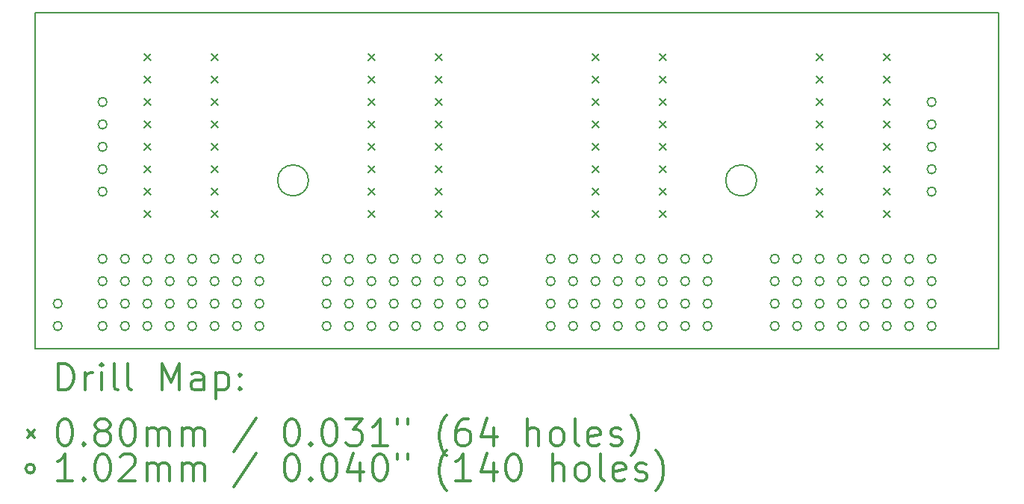
<source format=gbr>
%FSLAX45Y45*%
G04 Gerber Fmt 4.5, Leading zero omitted, Abs format (unit mm)*
G04 Created by KiCad (PCBNEW 4.0.2+dfsg1-stable) date Fri 15 Jul 2016 15:35:06 BRT*
%MOMM*%
G01*
G04 APERTURE LIST*
%ADD10C,0.127000*%
%ADD11C,0.150000*%
%ADD12C,0.200000*%
%ADD13C,0.300000*%
G04 APERTURE END LIST*
D10*
D11*
X15796000Y-12065000D02*
G75*
G03X15796000Y-12065000I-175000J0D01*
G01*
X10716000Y-12065000D02*
G75*
G03X10716000Y-12065000I-175000J0D01*
G01*
X7620000Y-10160000D02*
X18542000Y-10160000D01*
X7620000Y-13970000D02*
X7620000Y-10160000D01*
X18542000Y-13970000D02*
X7620000Y-13970000D01*
X18542000Y-10160000D02*
X18542000Y-13970000D01*
D12*
X8850000Y-10628000D02*
X8930000Y-10708000D01*
X8930000Y-10628000D02*
X8850000Y-10708000D01*
X8850000Y-10882000D02*
X8930000Y-10962000D01*
X8930000Y-10882000D02*
X8850000Y-10962000D01*
X8850000Y-11136000D02*
X8930000Y-11216000D01*
X8930000Y-11136000D02*
X8850000Y-11216000D01*
X8850000Y-11390000D02*
X8930000Y-11470000D01*
X8930000Y-11390000D02*
X8850000Y-11470000D01*
X8850000Y-11644000D02*
X8930000Y-11724000D01*
X8930000Y-11644000D02*
X8850000Y-11724000D01*
X8850000Y-11898000D02*
X8930000Y-11978000D01*
X8930000Y-11898000D02*
X8850000Y-11978000D01*
X8850000Y-12152000D02*
X8930000Y-12232000D01*
X8930000Y-12152000D02*
X8850000Y-12232000D01*
X8850000Y-12406000D02*
X8930000Y-12486000D01*
X8930000Y-12406000D02*
X8850000Y-12486000D01*
X9612000Y-10628000D02*
X9692000Y-10708000D01*
X9692000Y-10628000D02*
X9612000Y-10708000D01*
X9612000Y-10882000D02*
X9692000Y-10962000D01*
X9692000Y-10882000D02*
X9612000Y-10962000D01*
X9612000Y-11136000D02*
X9692000Y-11216000D01*
X9692000Y-11136000D02*
X9612000Y-11216000D01*
X9612000Y-11390000D02*
X9692000Y-11470000D01*
X9692000Y-11390000D02*
X9612000Y-11470000D01*
X9612000Y-11644000D02*
X9692000Y-11724000D01*
X9692000Y-11644000D02*
X9612000Y-11724000D01*
X9612000Y-11898000D02*
X9692000Y-11978000D01*
X9692000Y-11898000D02*
X9612000Y-11978000D01*
X9612000Y-12152000D02*
X9692000Y-12232000D01*
X9692000Y-12152000D02*
X9612000Y-12232000D01*
X9612000Y-12406000D02*
X9692000Y-12486000D01*
X9692000Y-12406000D02*
X9612000Y-12486000D01*
X11390000Y-10628000D02*
X11470000Y-10708000D01*
X11470000Y-10628000D02*
X11390000Y-10708000D01*
X11390000Y-10882000D02*
X11470000Y-10962000D01*
X11470000Y-10882000D02*
X11390000Y-10962000D01*
X11390000Y-11136000D02*
X11470000Y-11216000D01*
X11470000Y-11136000D02*
X11390000Y-11216000D01*
X11390000Y-11390000D02*
X11470000Y-11470000D01*
X11470000Y-11390000D02*
X11390000Y-11470000D01*
X11390000Y-11644000D02*
X11470000Y-11724000D01*
X11470000Y-11644000D02*
X11390000Y-11724000D01*
X11390000Y-11898000D02*
X11470000Y-11978000D01*
X11470000Y-11898000D02*
X11390000Y-11978000D01*
X11390000Y-12152000D02*
X11470000Y-12232000D01*
X11470000Y-12152000D02*
X11390000Y-12232000D01*
X11390000Y-12406000D02*
X11470000Y-12486000D01*
X11470000Y-12406000D02*
X11390000Y-12486000D01*
X12152000Y-10628000D02*
X12232000Y-10708000D01*
X12232000Y-10628000D02*
X12152000Y-10708000D01*
X12152000Y-10882000D02*
X12232000Y-10962000D01*
X12232000Y-10882000D02*
X12152000Y-10962000D01*
X12152000Y-11136000D02*
X12232000Y-11216000D01*
X12232000Y-11136000D02*
X12152000Y-11216000D01*
X12152000Y-11390000D02*
X12232000Y-11470000D01*
X12232000Y-11390000D02*
X12152000Y-11470000D01*
X12152000Y-11644000D02*
X12232000Y-11724000D01*
X12232000Y-11644000D02*
X12152000Y-11724000D01*
X12152000Y-11898000D02*
X12232000Y-11978000D01*
X12232000Y-11898000D02*
X12152000Y-11978000D01*
X12152000Y-12152000D02*
X12232000Y-12232000D01*
X12232000Y-12152000D02*
X12152000Y-12232000D01*
X12152000Y-12406000D02*
X12232000Y-12486000D01*
X12232000Y-12406000D02*
X12152000Y-12486000D01*
X13930000Y-10628000D02*
X14010000Y-10708000D01*
X14010000Y-10628000D02*
X13930000Y-10708000D01*
X13930000Y-10882000D02*
X14010000Y-10962000D01*
X14010000Y-10882000D02*
X13930000Y-10962000D01*
X13930000Y-11136000D02*
X14010000Y-11216000D01*
X14010000Y-11136000D02*
X13930000Y-11216000D01*
X13930000Y-11390000D02*
X14010000Y-11470000D01*
X14010000Y-11390000D02*
X13930000Y-11470000D01*
X13930000Y-11644000D02*
X14010000Y-11724000D01*
X14010000Y-11644000D02*
X13930000Y-11724000D01*
X13930000Y-11898000D02*
X14010000Y-11978000D01*
X14010000Y-11898000D02*
X13930000Y-11978000D01*
X13930000Y-12152000D02*
X14010000Y-12232000D01*
X14010000Y-12152000D02*
X13930000Y-12232000D01*
X13930000Y-12406000D02*
X14010000Y-12486000D01*
X14010000Y-12406000D02*
X13930000Y-12486000D01*
X14692000Y-10628000D02*
X14772000Y-10708000D01*
X14772000Y-10628000D02*
X14692000Y-10708000D01*
X14692000Y-10882000D02*
X14772000Y-10962000D01*
X14772000Y-10882000D02*
X14692000Y-10962000D01*
X14692000Y-11136000D02*
X14772000Y-11216000D01*
X14772000Y-11136000D02*
X14692000Y-11216000D01*
X14692000Y-11390000D02*
X14772000Y-11470000D01*
X14772000Y-11390000D02*
X14692000Y-11470000D01*
X14692000Y-11644000D02*
X14772000Y-11724000D01*
X14772000Y-11644000D02*
X14692000Y-11724000D01*
X14692000Y-11898000D02*
X14772000Y-11978000D01*
X14772000Y-11898000D02*
X14692000Y-11978000D01*
X14692000Y-12152000D02*
X14772000Y-12232000D01*
X14772000Y-12152000D02*
X14692000Y-12232000D01*
X14692000Y-12406000D02*
X14772000Y-12486000D01*
X14772000Y-12406000D02*
X14692000Y-12486000D01*
X16470000Y-10628000D02*
X16550000Y-10708000D01*
X16550000Y-10628000D02*
X16470000Y-10708000D01*
X16470000Y-10882000D02*
X16550000Y-10962000D01*
X16550000Y-10882000D02*
X16470000Y-10962000D01*
X16470000Y-11136000D02*
X16550000Y-11216000D01*
X16550000Y-11136000D02*
X16470000Y-11216000D01*
X16470000Y-11390000D02*
X16550000Y-11470000D01*
X16550000Y-11390000D02*
X16470000Y-11470000D01*
X16470000Y-11644000D02*
X16550000Y-11724000D01*
X16550000Y-11644000D02*
X16470000Y-11724000D01*
X16470000Y-11898000D02*
X16550000Y-11978000D01*
X16550000Y-11898000D02*
X16470000Y-11978000D01*
X16470000Y-12152000D02*
X16550000Y-12232000D01*
X16550000Y-12152000D02*
X16470000Y-12232000D01*
X16470000Y-12406000D02*
X16550000Y-12486000D01*
X16550000Y-12406000D02*
X16470000Y-12486000D01*
X17232000Y-10628000D02*
X17312000Y-10708000D01*
X17312000Y-10628000D02*
X17232000Y-10708000D01*
X17232000Y-10882000D02*
X17312000Y-10962000D01*
X17312000Y-10882000D02*
X17232000Y-10962000D01*
X17232000Y-11136000D02*
X17312000Y-11216000D01*
X17312000Y-11136000D02*
X17232000Y-11216000D01*
X17232000Y-11390000D02*
X17312000Y-11470000D01*
X17312000Y-11390000D02*
X17232000Y-11470000D01*
X17232000Y-11644000D02*
X17312000Y-11724000D01*
X17312000Y-11644000D02*
X17232000Y-11724000D01*
X17232000Y-11898000D02*
X17312000Y-11978000D01*
X17312000Y-11898000D02*
X17232000Y-11978000D01*
X17232000Y-12152000D02*
X17312000Y-12232000D01*
X17312000Y-12152000D02*
X17232000Y-12232000D01*
X17232000Y-12406000D02*
X17312000Y-12486000D01*
X17312000Y-12406000D02*
X17232000Y-12486000D01*
X7924800Y-13462000D02*
G75*
G03X7924800Y-13462000I-50800J0D01*
G01*
X7924800Y-13716000D02*
G75*
G03X7924800Y-13716000I-50800J0D01*
G01*
X8432800Y-11176000D02*
G75*
G03X8432800Y-11176000I-50800J0D01*
G01*
X8432800Y-11430000D02*
G75*
G03X8432800Y-11430000I-50800J0D01*
G01*
X8432800Y-11684000D02*
G75*
G03X8432800Y-11684000I-50800J0D01*
G01*
X8432800Y-11938000D02*
G75*
G03X8432800Y-11938000I-50800J0D01*
G01*
X8432800Y-12192000D02*
G75*
G03X8432800Y-12192000I-50800J0D01*
G01*
X8432800Y-12954000D02*
G75*
G03X8432800Y-12954000I-50800J0D01*
G01*
X8432800Y-13208000D02*
G75*
G03X8432800Y-13208000I-50800J0D01*
G01*
X8432800Y-13462000D02*
G75*
G03X8432800Y-13462000I-50800J0D01*
G01*
X8432800Y-13716000D02*
G75*
G03X8432800Y-13716000I-50800J0D01*
G01*
X8686800Y-12954000D02*
G75*
G03X8686800Y-12954000I-50800J0D01*
G01*
X8686800Y-13208000D02*
G75*
G03X8686800Y-13208000I-50800J0D01*
G01*
X8686800Y-13462000D02*
G75*
G03X8686800Y-13462000I-50800J0D01*
G01*
X8686800Y-13716000D02*
G75*
G03X8686800Y-13716000I-50800J0D01*
G01*
X8940800Y-12954000D02*
G75*
G03X8940800Y-12954000I-50800J0D01*
G01*
X8940800Y-13208000D02*
G75*
G03X8940800Y-13208000I-50800J0D01*
G01*
X8940800Y-13462000D02*
G75*
G03X8940800Y-13462000I-50800J0D01*
G01*
X8940800Y-13716000D02*
G75*
G03X8940800Y-13716000I-50800J0D01*
G01*
X9194800Y-12954000D02*
G75*
G03X9194800Y-12954000I-50800J0D01*
G01*
X9194800Y-13208000D02*
G75*
G03X9194800Y-13208000I-50800J0D01*
G01*
X9194800Y-13462000D02*
G75*
G03X9194800Y-13462000I-50800J0D01*
G01*
X9194800Y-13716000D02*
G75*
G03X9194800Y-13716000I-50800J0D01*
G01*
X9448800Y-12954000D02*
G75*
G03X9448800Y-12954000I-50800J0D01*
G01*
X9448800Y-13208000D02*
G75*
G03X9448800Y-13208000I-50800J0D01*
G01*
X9448800Y-13462000D02*
G75*
G03X9448800Y-13462000I-50800J0D01*
G01*
X9448800Y-13716000D02*
G75*
G03X9448800Y-13716000I-50800J0D01*
G01*
X9702800Y-12954000D02*
G75*
G03X9702800Y-12954000I-50800J0D01*
G01*
X9702800Y-13208000D02*
G75*
G03X9702800Y-13208000I-50800J0D01*
G01*
X9702800Y-13462000D02*
G75*
G03X9702800Y-13462000I-50800J0D01*
G01*
X9702800Y-13716000D02*
G75*
G03X9702800Y-13716000I-50800J0D01*
G01*
X9956800Y-12954000D02*
G75*
G03X9956800Y-12954000I-50800J0D01*
G01*
X9956800Y-13208000D02*
G75*
G03X9956800Y-13208000I-50800J0D01*
G01*
X9956800Y-13462000D02*
G75*
G03X9956800Y-13462000I-50800J0D01*
G01*
X9956800Y-13716000D02*
G75*
G03X9956800Y-13716000I-50800J0D01*
G01*
X10210800Y-12954000D02*
G75*
G03X10210800Y-12954000I-50800J0D01*
G01*
X10210800Y-13208000D02*
G75*
G03X10210800Y-13208000I-50800J0D01*
G01*
X10210800Y-13462000D02*
G75*
G03X10210800Y-13462000I-50800J0D01*
G01*
X10210800Y-13716000D02*
G75*
G03X10210800Y-13716000I-50800J0D01*
G01*
X10972800Y-12954000D02*
G75*
G03X10972800Y-12954000I-50800J0D01*
G01*
X10972800Y-13208000D02*
G75*
G03X10972800Y-13208000I-50800J0D01*
G01*
X10972800Y-13462000D02*
G75*
G03X10972800Y-13462000I-50800J0D01*
G01*
X10972800Y-13716000D02*
G75*
G03X10972800Y-13716000I-50800J0D01*
G01*
X11226800Y-12954000D02*
G75*
G03X11226800Y-12954000I-50800J0D01*
G01*
X11226800Y-13208000D02*
G75*
G03X11226800Y-13208000I-50800J0D01*
G01*
X11226800Y-13462000D02*
G75*
G03X11226800Y-13462000I-50800J0D01*
G01*
X11226800Y-13716000D02*
G75*
G03X11226800Y-13716000I-50800J0D01*
G01*
X11480800Y-12954000D02*
G75*
G03X11480800Y-12954000I-50800J0D01*
G01*
X11480800Y-13208000D02*
G75*
G03X11480800Y-13208000I-50800J0D01*
G01*
X11480800Y-13462000D02*
G75*
G03X11480800Y-13462000I-50800J0D01*
G01*
X11480800Y-13716000D02*
G75*
G03X11480800Y-13716000I-50800J0D01*
G01*
X11734800Y-12954000D02*
G75*
G03X11734800Y-12954000I-50800J0D01*
G01*
X11734800Y-13208000D02*
G75*
G03X11734800Y-13208000I-50800J0D01*
G01*
X11734800Y-13462000D02*
G75*
G03X11734800Y-13462000I-50800J0D01*
G01*
X11734800Y-13716000D02*
G75*
G03X11734800Y-13716000I-50800J0D01*
G01*
X11988800Y-12954000D02*
G75*
G03X11988800Y-12954000I-50800J0D01*
G01*
X11988800Y-13208000D02*
G75*
G03X11988800Y-13208000I-50800J0D01*
G01*
X11988800Y-13462000D02*
G75*
G03X11988800Y-13462000I-50800J0D01*
G01*
X11988800Y-13716000D02*
G75*
G03X11988800Y-13716000I-50800J0D01*
G01*
X12242800Y-12954000D02*
G75*
G03X12242800Y-12954000I-50800J0D01*
G01*
X12242800Y-13208000D02*
G75*
G03X12242800Y-13208000I-50800J0D01*
G01*
X12242800Y-13462000D02*
G75*
G03X12242800Y-13462000I-50800J0D01*
G01*
X12242800Y-13716000D02*
G75*
G03X12242800Y-13716000I-50800J0D01*
G01*
X12496800Y-12954000D02*
G75*
G03X12496800Y-12954000I-50800J0D01*
G01*
X12496800Y-13208000D02*
G75*
G03X12496800Y-13208000I-50800J0D01*
G01*
X12496800Y-13462000D02*
G75*
G03X12496800Y-13462000I-50800J0D01*
G01*
X12496800Y-13716000D02*
G75*
G03X12496800Y-13716000I-50800J0D01*
G01*
X12750800Y-12954000D02*
G75*
G03X12750800Y-12954000I-50800J0D01*
G01*
X12750800Y-13208000D02*
G75*
G03X12750800Y-13208000I-50800J0D01*
G01*
X12750800Y-13462000D02*
G75*
G03X12750800Y-13462000I-50800J0D01*
G01*
X12750800Y-13716000D02*
G75*
G03X12750800Y-13716000I-50800J0D01*
G01*
X13512800Y-12954000D02*
G75*
G03X13512800Y-12954000I-50800J0D01*
G01*
X13512800Y-13208000D02*
G75*
G03X13512800Y-13208000I-50800J0D01*
G01*
X13512800Y-13462000D02*
G75*
G03X13512800Y-13462000I-50800J0D01*
G01*
X13512800Y-13716000D02*
G75*
G03X13512800Y-13716000I-50800J0D01*
G01*
X13766800Y-12954000D02*
G75*
G03X13766800Y-12954000I-50800J0D01*
G01*
X13766800Y-13208000D02*
G75*
G03X13766800Y-13208000I-50800J0D01*
G01*
X13766800Y-13462000D02*
G75*
G03X13766800Y-13462000I-50800J0D01*
G01*
X13766800Y-13716000D02*
G75*
G03X13766800Y-13716000I-50800J0D01*
G01*
X14020800Y-12954000D02*
G75*
G03X14020800Y-12954000I-50800J0D01*
G01*
X14020800Y-13208000D02*
G75*
G03X14020800Y-13208000I-50800J0D01*
G01*
X14020800Y-13462000D02*
G75*
G03X14020800Y-13462000I-50800J0D01*
G01*
X14020800Y-13716000D02*
G75*
G03X14020800Y-13716000I-50800J0D01*
G01*
X14274800Y-12954000D02*
G75*
G03X14274800Y-12954000I-50800J0D01*
G01*
X14274800Y-13208000D02*
G75*
G03X14274800Y-13208000I-50800J0D01*
G01*
X14274800Y-13462000D02*
G75*
G03X14274800Y-13462000I-50800J0D01*
G01*
X14274800Y-13716000D02*
G75*
G03X14274800Y-13716000I-50800J0D01*
G01*
X14528800Y-12954000D02*
G75*
G03X14528800Y-12954000I-50800J0D01*
G01*
X14528800Y-13208000D02*
G75*
G03X14528800Y-13208000I-50800J0D01*
G01*
X14528800Y-13462000D02*
G75*
G03X14528800Y-13462000I-50800J0D01*
G01*
X14528800Y-13716000D02*
G75*
G03X14528800Y-13716000I-50800J0D01*
G01*
X14782800Y-12954000D02*
G75*
G03X14782800Y-12954000I-50800J0D01*
G01*
X14782800Y-13208000D02*
G75*
G03X14782800Y-13208000I-50800J0D01*
G01*
X14782800Y-13462000D02*
G75*
G03X14782800Y-13462000I-50800J0D01*
G01*
X14782800Y-13716000D02*
G75*
G03X14782800Y-13716000I-50800J0D01*
G01*
X15036800Y-12954000D02*
G75*
G03X15036800Y-12954000I-50800J0D01*
G01*
X15036800Y-13208000D02*
G75*
G03X15036800Y-13208000I-50800J0D01*
G01*
X15036800Y-13462000D02*
G75*
G03X15036800Y-13462000I-50800J0D01*
G01*
X15036800Y-13716000D02*
G75*
G03X15036800Y-13716000I-50800J0D01*
G01*
X15290800Y-12954000D02*
G75*
G03X15290800Y-12954000I-50800J0D01*
G01*
X15290800Y-13208000D02*
G75*
G03X15290800Y-13208000I-50800J0D01*
G01*
X15290800Y-13462000D02*
G75*
G03X15290800Y-13462000I-50800J0D01*
G01*
X15290800Y-13716000D02*
G75*
G03X15290800Y-13716000I-50800J0D01*
G01*
X16052800Y-12954000D02*
G75*
G03X16052800Y-12954000I-50800J0D01*
G01*
X16052800Y-13208000D02*
G75*
G03X16052800Y-13208000I-50800J0D01*
G01*
X16052800Y-13462000D02*
G75*
G03X16052800Y-13462000I-50800J0D01*
G01*
X16052800Y-13716000D02*
G75*
G03X16052800Y-13716000I-50800J0D01*
G01*
X16306800Y-12954000D02*
G75*
G03X16306800Y-12954000I-50800J0D01*
G01*
X16306800Y-13208000D02*
G75*
G03X16306800Y-13208000I-50800J0D01*
G01*
X16306800Y-13462000D02*
G75*
G03X16306800Y-13462000I-50800J0D01*
G01*
X16306800Y-13716000D02*
G75*
G03X16306800Y-13716000I-50800J0D01*
G01*
X16560800Y-12954000D02*
G75*
G03X16560800Y-12954000I-50800J0D01*
G01*
X16560800Y-13208000D02*
G75*
G03X16560800Y-13208000I-50800J0D01*
G01*
X16560800Y-13462000D02*
G75*
G03X16560800Y-13462000I-50800J0D01*
G01*
X16560800Y-13716000D02*
G75*
G03X16560800Y-13716000I-50800J0D01*
G01*
X16814800Y-12954000D02*
G75*
G03X16814800Y-12954000I-50800J0D01*
G01*
X16814800Y-13208000D02*
G75*
G03X16814800Y-13208000I-50800J0D01*
G01*
X16814800Y-13462000D02*
G75*
G03X16814800Y-13462000I-50800J0D01*
G01*
X16814800Y-13716000D02*
G75*
G03X16814800Y-13716000I-50800J0D01*
G01*
X17068800Y-12954000D02*
G75*
G03X17068800Y-12954000I-50800J0D01*
G01*
X17068800Y-13208000D02*
G75*
G03X17068800Y-13208000I-50800J0D01*
G01*
X17068800Y-13462000D02*
G75*
G03X17068800Y-13462000I-50800J0D01*
G01*
X17068800Y-13716000D02*
G75*
G03X17068800Y-13716000I-50800J0D01*
G01*
X17322800Y-12954000D02*
G75*
G03X17322800Y-12954000I-50800J0D01*
G01*
X17322800Y-13208000D02*
G75*
G03X17322800Y-13208000I-50800J0D01*
G01*
X17322800Y-13462000D02*
G75*
G03X17322800Y-13462000I-50800J0D01*
G01*
X17322800Y-13716000D02*
G75*
G03X17322800Y-13716000I-50800J0D01*
G01*
X17576800Y-12954000D02*
G75*
G03X17576800Y-12954000I-50800J0D01*
G01*
X17576800Y-13208000D02*
G75*
G03X17576800Y-13208000I-50800J0D01*
G01*
X17576800Y-13462000D02*
G75*
G03X17576800Y-13462000I-50800J0D01*
G01*
X17576800Y-13716000D02*
G75*
G03X17576800Y-13716000I-50800J0D01*
G01*
X17830800Y-11176000D02*
G75*
G03X17830800Y-11176000I-50800J0D01*
G01*
X17830800Y-11430000D02*
G75*
G03X17830800Y-11430000I-50800J0D01*
G01*
X17830800Y-11684000D02*
G75*
G03X17830800Y-11684000I-50800J0D01*
G01*
X17830800Y-11938000D02*
G75*
G03X17830800Y-11938000I-50800J0D01*
G01*
X17830800Y-12192000D02*
G75*
G03X17830800Y-12192000I-50800J0D01*
G01*
X17830800Y-12954000D02*
G75*
G03X17830800Y-12954000I-50800J0D01*
G01*
X17830800Y-13208000D02*
G75*
G03X17830800Y-13208000I-50800J0D01*
G01*
X17830800Y-13462000D02*
G75*
G03X17830800Y-13462000I-50800J0D01*
G01*
X17830800Y-13716000D02*
G75*
G03X17830800Y-13716000I-50800J0D01*
G01*
D13*
X7883928Y-14443214D02*
X7883928Y-14143214D01*
X7955357Y-14143214D01*
X7998214Y-14157500D01*
X8026786Y-14186071D01*
X8041071Y-14214643D01*
X8055357Y-14271786D01*
X8055357Y-14314643D01*
X8041071Y-14371786D01*
X8026786Y-14400357D01*
X7998214Y-14428929D01*
X7955357Y-14443214D01*
X7883928Y-14443214D01*
X8183928Y-14443214D02*
X8183928Y-14243214D01*
X8183928Y-14300357D02*
X8198214Y-14271786D01*
X8212500Y-14257500D01*
X8241071Y-14243214D01*
X8269643Y-14243214D01*
X8369643Y-14443214D02*
X8369643Y-14243214D01*
X8369643Y-14143214D02*
X8355357Y-14157500D01*
X8369643Y-14171786D01*
X8383928Y-14157500D01*
X8369643Y-14143214D01*
X8369643Y-14171786D01*
X8555357Y-14443214D02*
X8526786Y-14428929D01*
X8512500Y-14400357D01*
X8512500Y-14143214D01*
X8712500Y-14443214D02*
X8683929Y-14428929D01*
X8669643Y-14400357D01*
X8669643Y-14143214D01*
X9055357Y-14443214D02*
X9055357Y-14143214D01*
X9155357Y-14357500D01*
X9255357Y-14143214D01*
X9255357Y-14443214D01*
X9526786Y-14443214D02*
X9526786Y-14286071D01*
X9512500Y-14257500D01*
X9483929Y-14243214D01*
X9426786Y-14243214D01*
X9398214Y-14257500D01*
X9526786Y-14428929D02*
X9498214Y-14443214D01*
X9426786Y-14443214D01*
X9398214Y-14428929D01*
X9383929Y-14400357D01*
X9383929Y-14371786D01*
X9398214Y-14343214D01*
X9426786Y-14328929D01*
X9498214Y-14328929D01*
X9526786Y-14314643D01*
X9669643Y-14243214D02*
X9669643Y-14543214D01*
X9669643Y-14257500D02*
X9698214Y-14243214D01*
X9755357Y-14243214D01*
X9783929Y-14257500D01*
X9798214Y-14271786D01*
X9812500Y-14300357D01*
X9812500Y-14386071D01*
X9798214Y-14414643D01*
X9783929Y-14428929D01*
X9755357Y-14443214D01*
X9698214Y-14443214D01*
X9669643Y-14428929D01*
X9941071Y-14414643D02*
X9955357Y-14428929D01*
X9941071Y-14443214D01*
X9926786Y-14428929D01*
X9941071Y-14414643D01*
X9941071Y-14443214D01*
X9941071Y-14257500D02*
X9955357Y-14271786D01*
X9941071Y-14286071D01*
X9926786Y-14271786D01*
X9941071Y-14257500D01*
X9941071Y-14286071D01*
X7532500Y-14897500D02*
X7612500Y-14977500D01*
X7612500Y-14897500D02*
X7532500Y-14977500D01*
X7941071Y-14773214D02*
X7969643Y-14773214D01*
X7998214Y-14787500D01*
X8012500Y-14801786D01*
X8026786Y-14830357D01*
X8041071Y-14887500D01*
X8041071Y-14958929D01*
X8026786Y-15016071D01*
X8012500Y-15044643D01*
X7998214Y-15058929D01*
X7969643Y-15073214D01*
X7941071Y-15073214D01*
X7912500Y-15058929D01*
X7898214Y-15044643D01*
X7883928Y-15016071D01*
X7869643Y-14958929D01*
X7869643Y-14887500D01*
X7883928Y-14830357D01*
X7898214Y-14801786D01*
X7912500Y-14787500D01*
X7941071Y-14773214D01*
X8169643Y-15044643D02*
X8183928Y-15058929D01*
X8169643Y-15073214D01*
X8155357Y-15058929D01*
X8169643Y-15044643D01*
X8169643Y-15073214D01*
X8355357Y-14901786D02*
X8326786Y-14887500D01*
X8312500Y-14873214D01*
X8298214Y-14844643D01*
X8298214Y-14830357D01*
X8312500Y-14801786D01*
X8326786Y-14787500D01*
X8355357Y-14773214D01*
X8412500Y-14773214D01*
X8441071Y-14787500D01*
X8455357Y-14801786D01*
X8469643Y-14830357D01*
X8469643Y-14844643D01*
X8455357Y-14873214D01*
X8441071Y-14887500D01*
X8412500Y-14901786D01*
X8355357Y-14901786D01*
X8326786Y-14916071D01*
X8312500Y-14930357D01*
X8298214Y-14958929D01*
X8298214Y-15016071D01*
X8312500Y-15044643D01*
X8326786Y-15058929D01*
X8355357Y-15073214D01*
X8412500Y-15073214D01*
X8441071Y-15058929D01*
X8455357Y-15044643D01*
X8469643Y-15016071D01*
X8469643Y-14958929D01*
X8455357Y-14930357D01*
X8441071Y-14916071D01*
X8412500Y-14901786D01*
X8655357Y-14773214D02*
X8683929Y-14773214D01*
X8712500Y-14787500D01*
X8726786Y-14801786D01*
X8741071Y-14830357D01*
X8755357Y-14887500D01*
X8755357Y-14958929D01*
X8741071Y-15016071D01*
X8726786Y-15044643D01*
X8712500Y-15058929D01*
X8683929Y-15073214D01*
X8655357Y-15073214D01*
X8626786Y-15058929D01*
X8612500Y-15044643D01*
X8598214Y-15016071D01*
X8583929Y-14958929D01*
X8583929Y-14887500D01*
X8598214Y-14830357D01*
X8612500Y-14801786D01*
X8626786Y-14787500D01*
X8655357Y-14773214D01*
X8883929Y-15073214D02*
X8883929Y-14873214D01*
X8883929Y-14901786D02*
X8898214Y-14887500D01*
X8926786Y-14873214D01*
X8969643Y-14873214D01*
X8998214Y-14887500D01*
X9012500Y-14916071D01*
X9012500Y-15073214D01*
X9012500Y-14916071D02*
X9026786Y-14887500D01*
X9055357Y-14873214D01*
X9098214Y-14873214D01*
X9126786Y-14887500D01*
X9141071Y-14916071D01*
X9141071Y-15073214D01*
X9283929Y-15073214D02*
X9283929Y-14873214D01*
X9283929Y-14901786D02*
X9298214Y-14887500D01*
X9326786Y-14873214D01*
X9369643Y-14873214D01*
X9398214Y-14887500D01*
X9412500Y-14916071D01*
X9412500Y-15073214D01*
X9412500Y-14916071D02*
X9426786Y-14887500D01*
X9455357Y-14873214D01*
X9498214Y-14873214D01*
X9526786Y-14887500D01*
X9541071Y-14916071D01*
X9541071Y-15073214D01*
X10126786Y-14758929D02*
X9869643Y-15144643D01*
X10512500Y-14773214D02*
X10541071Y-14773214D01*
X10569643Y-14787500D01*
X10583928Y-14801786D01*
X10598214Y-14830357D01*
X10612500Y-14887500D01*
X10612500Y-14958929D01*
X10598214Y-15016071D01*
X10583928Y-15044643D01*
X10569643Y-15058929D01*
X10541071Y-15073214D01*
X10512500Y-15073214D01*
X10483928Y-15058929D01*
X10469643Y-15044643D01*
X10455357Y-15016071D01*
X10441071Y-14958929D01*
X10441071Y-14887500D01*
X10455357Y-14830357D01*
X10469643Y-14801786D01*
X10483928Y-14787500D01*
X10512500Y-14773214D01*
X10741071Y-15044643D02*
X10755357Y-15058929D01*
X10741071Y-15073214D01*
X10726786Y-15058929D01*
X10741071Y-15044643D01*
X10741071Y-15073214D01*
X10941071Y-14773214D02*
X10969643Y-14773214D01*
X10998214Y-14787500D01*
X11012500Y-14801786D01*
X11026786Y-14830357D01*
X11041071Y-14887500D01*
X11041071Y-14958929D01*
X11026786Y-15016071D01*
X11012500Y-15044643D01*
X10998214Y-15058929D01*
X10969643Y-15073214D01*
X10941071Y-15073214D01*
X10912500Y-15058929D01*
X10898214Y-15044643D01*
X10883928Y-15016071D01*
X10869643Y-14958929D01*
X10869643Y-14887500D01*
X10883928Y-14830357D01*
X10898214Y-14801786D01*
X10912500Y-14787500D01*
X10941071Y-14773214D01*
X11141071Y-14773214D02*
X11326785Y-14773214D01*
X11226785Y-14887500D01*
X11269643Y-14887500D01*
X11298214Y-14901786D01*
X11312500Y-14916071D01*
X11326785Y-14944643D01*
X11326785Y-15016071D01*
X11312500Y-15044643D01*
X11298214Y-15058929D01*
X11269643Y-15073214D01*
X11183928Y-15073214D01*
X11155357Y-15058929D01*
X11141071Y-15044643D01*
X11612500Y-15073214D02*
X11441071Y-15073214D01*
X11526785Y-15073214D02*
X11526785Y-14773214D01*
X11498214Y-14816071D01*
X11469643Y-14844643D01*
X11441071Y-14858929D01*
X11726786Y-14773214D02*
X11726786Y-14830357D01*
X11841071Y-14773214D02*
X11841071Y-14830357D01*
X12283928Y-15187500D02*
X12269643Y-15173214D01*
X12241071Y-15130357D01*
X12226785Y-15101786D01*
X12212500Y-15058929D01*
X12198214Y-14987500D01*
X12198214Y-14930357D01*
X12212500Y-14858929D01*
X12226785Y-14816071D01*
X12241071Y-14787500D01*
X12269643Y-14744643D01*
X12283928Y-14730357D01*
X12526785Y-14773214D02*
X12469643Y-14773214D01*
X12441071Y-14787500D01*
X12426785Y-14801786D01*
X12398214Y-14844643D01*
X12383928Y-14901786D01*
X12383928Y-15016071D01*
X12398214Y-15044643D01*
X12412500Y-15058929D01*
X12441071Y-15073214D01*
X12498214Y-15073214D01*
X12526785Y-15058929D01*
X12541071Y-15044643D01*
X12555357Y-15016071D01*
X12555357Y-14944643D01*
X12541071Y-14916071D01*
X12526785Y-14901786D01*
X12498214Y-14887500D01*
X12441071Y-14887500D01*
X12412500Y-14901786D01*
X12398214Y-14916071D01*
X12383928Y-14944643D01*
X12812500Y-14873214D02*
X12812500Y-15073214D01*
X12741071Y-14758929D02*
X12669643Y-14973214D01*
X12855357Y-14973214D01*
X13198214Y-15073214D02*
X13198214Y-14773214D01*
X13326785Y-15073214D02*
X13326785Y-14916071D01*
X13312500Y-14887500D01*
X13283928Y-14873214D01*
X13241071Y-14873214D01*
X13212500Y-14887500D01*
X13198214Y-14901786D01*
X13512500Y-15073214D02*
X13483928Y-15058929D01*
X13469643Y-15044643D01*
X13455357Y-15016071D01*
X13455357Y-14930357D01*
X13469643Y-14901786D01*
X13483928Y-14887500D01*
X13512500Y-14873214D01*
X13555357Y-14873214D01*
X13583928Y-14887500D01*
X13598214Y-14901786D01*
X13612500Y-14930357D01*
X13612500Y-15016071D01*
X13598214Y-15044643D01*
X13583928Y-15058929D01*
X13555357Y-15073214D01*
X13512500Y-15073214D01*
X13783928Y-15073214D02*
X13755357Y-15058929D01*
X13741071Y-15030357D01*
X13741071Y-14773214D01*
X14012500Y-15058929D02*
X13983928Y-15073214D01*
X13926786Y-15073214D01*
X13898214Y-15058929D01*
X13883928Y-15030357D01*
X13883928Y-14916071D01*
X13898214Y-14887500D01*
X13926786Y-14873214D01*
X13983928Y-14873214D01*
X14012500Y-14887500D01*
X14026786Y-14916071D01*
X14026786Y-14944643D01*
X13883928Y-14973214D01*
X14141071Y-15058929D02*
X14169643Y-15073214D01*
X14226786Y-15073214D01*
X14255357Y-15058929D01*
X14269643Y-15030357D01*
X14269643Y-15016071D01*
X14255357Y-14987500D01*
X14226786Y-14973214D01*
X14183928Y-14973214D01*
X14155357Y-14958929D01*
X14141071Y-14930357D01*
X14141071Y-14916071D01*
X14155357Y-14887500D01*
X14183928Y-14873214D01*
X14226786Y-14873214D01*
X14255357Y-14887500D01*
X14369643Y-15187500D02*
X14383928Y-15173214D01*
X14412500Y-15130357D01*
X14426786Y-15101786D01*
X14441071Y-15058929D01*
X14455357Y-14987500D01*
X14455357Y-14930357D01*
X14441071Y-14858929D01*
X14426786Y-14816071D01*
X14412500Y-14787500D01*
X14383928Y-14744643D01*
X14369643Y-14730357D01*
X7612500Y-15333500D02*
G75*
G03X7612500Y-15333500I-50800J0D01*
G01*
X8041071Y-15469214D02*
X7869643Y-15469214D01*
X7955357Y-15469214D02*
X7955357Y-15169214D01*
X7926786Y-15212071D01*
X7898214Y-15240643D01*
X7869643Y-15254929D01*
X8169643Y-15440643D02*
X8183928Y-15454929D01*
X8169643Y-15469214D01*
X8155357Y-15454929D01*
X8169643Y-15440643D01*
X8169643Y-15469214D01*
X8369643Y-15169214D02*
X8398214Y-15169214D01*
X8426786Y-15183500D01*
X8441071Y-15197786D01*
X8455357Y-15226357D01*
X8469643Y-15283500D01*
X8469643Y-15354929D01*
X8455357Y-15412071D01*
X8441071Y-15440643D01*
X8426786Y-15454929D01*
X8398214Y-15469214D01*
X8369643Y-15469214D01*
X8341071Y-15454929D01*
X8326786Y-15440643D01*
X8312500Y-15412071D01*
X8298214Y-15354929D01*
X8298214Y-15283500D01*
X8312500Y-15226357D01*
X8326786Y-15197786D01*
X8341071Y-15183500D01*
X8369643Y-15169214D01*
X8583929Y-15197786D02*
X8598214Y-15183500D01*
X8626786Y-15169214D01*
X8698214Y-15169214D01*
X8726786Y-15183500D01*
X8741071Y-15197786D01*
X8755357Y-15226357D01*
X8755357Y-15254929D01*
X8741071Y-15297786D01*
X8569643Y-15469214D01*
X8755357Y-15469214D01*
X8883929Y-15469214D02*
X8883929Y-15269214D01*
X8883929Y-15297786D02*
X8898214Y-15283500D01*
X8926786Y-15269214D01*
X8969643Y-15269214D01*
X8998214Y-15283500D01*
X9012500Y-15312071D01*
X9012500Y-15469214D01*
X9012500Y-15312071D02*
X9026786Y-15283500D01*
X9055357Y-15269214D01*
X9098214Y-15269214D01*
X9126786Y-15283500D01*
X9141071Y-15312071D01*
X9141071Y-15469214D01*
X9283929Y-15469214D02*
X9283929Y-15269214D01*
X9283929Y-15297786D02*
X9298214Y-15283500D01*
X9326786Y-15269214D01*
X9369643Y-15269214D01*
X9398214Y-15283500D01*
X9412500Y-15312071D01*
X9412500Y-15469214D01*
X9412500Y-15312071D02*
X9426786Y-15283500D01*
X9455357Y-15269214D01*
X9498214Y-15269214D01*
X9526786Y-15283500D01*
X9541071Y-15312071D01*
X9541071Y-15469214D01*
X10126786Y-15154929D02*
X9869643Y-15540643D01*
X10512500Y-15169214D02*
X10541071Y-15169214D01*
X10569643Y-15183500D01*
X10583928Y-15197786D01*
X10598214Y-15226357D01*
X10612500Y-15283500D01*
X10612500Y-15354929D01*
X10598214Y-15412071D01*
X10583928Y-15440643D01*
X10569643Y-15454929D01*
X10541071Y-15469214D01*
X10512500Y-15469214D01*
X10483928Y-15454929D01*
X10469643Y-15440643D01*
X10455357Y-15412071D01*
X10441071Y-15354929D01*
X10441071Y-15283500D01*
X10455357Y-15226357D01*
X10469643Y-15197786D01*
X10483928Y-15183500D01*
X10512500Y-15169214D01*
X10741071Y-15440643D02*
X10755357Y-15454929D01*
X10741071Y-15469214D01*
X10726786Y-15454929D01*
X10741071Y-15440643D01*
X10741071Y-15469214D01*
X10941071Y-15169214D02*
X10969643Y-15169214D01*
X10998214Y-15183500D01*
X11012500Y-15197786D01*
X11026786Y-15226357D01*
X11041071Y-15283500D01*
X11041071Y-15354929D01*
X11026786Y-15412071D01*
X11012500Y-15440643D01*
X10998214Y-15454929D01*
X10969643Y-15469214D01*
X10941071Y-15469214D01*
X10912500Y-15454929D01*
X10898214Y-15440643D01*
X10883928Y-15412071D01*
X10869643Y-15354929D01*
X10869643Y-15283500D01*
X10883928Y-15226357D01*
X10898214Y-15197786D01*
X10912500Y-15183500D01*
X10941071Y-15169214D01*
X11298214Y-15269214D02*
X11298214Y-15469214D01*
X11226785Y-15154929D02*
X11155357Y-15369214D01*
X11341071Y-15369214D01*
X11512500Y-15169214D02*
X11541071Y-15169214D01*
X11569643Y-15183500D01*
X11583928Y-15197786D01*
X11598214Y-15226357D01*
X11612500Y-15283500D01*
X11612500Y-15354929D01*
X11598214Y-15412071D01*
X11583928Y-15440643D01*
X11569643Y-15454929D01*
X11541071Y-15469214D01*
X11512500Y-15469214D01*
X11483928Y-15454929D01*
X11469643Y-15440643D01*
X11455357Y-15412071D01*
X11441071Y-15354929D01*
X11441071Y-15283500D01*
X11455357Y-15226357D01*
X11469643Y-15197786D01*
X11483928Y-15183500D01*
X11512500Y-15169214D01*
X11726786Y-15169214D02*
X11726786Y-15226357D01*
X11841071Y-15169214D02*
X11841071Y-15226357D01*
X12283928Y-15583500D02*
X12269643Y-15569214D01*
X12241071Y-15526357D01*
X12226785Y-15497786D01*
X12212500Y-15454929D01*
X12198214Y-15383500D01*
X12198214Y-15326357D01*
X12212500Y-15254929D01*
X12226785Y-15212071D01*
X12241071Y-15183500D01*
X12269643Y-15140643D01*
X12283928Y-15126357D01*
X12555357Y-15469214D02*
X12383928Y-15469214D01*
X12469643Y-15469214D02*
X12469643Y-15169214D01*
X12441071Y-15212071D01*
X12412500Y-15240643D01*
X12383928Y-15254929D01*
X12812500Y-15269214D02*
X12812500Y-15469214D01*
X12741071Y-15154929D02*
X12669643Y-15369214D01*
X12855357Y-15369214D01*
X13026785Y-15169214D02*
X13055357Y-15169214D01*
X13083928Y-15183500D01*
X13098214Y-15197786D01*
X13112500Y-15226357D01*
X13126785Y-15283500D01*
X13126785Y-15354929D01*
X13112500Y-15412071D01*
X13098214Y-15440643D01*
X13083928Y-15454929D01*
X13055357Y-15469214D01*
X13026785Y-15469214D01*
X12998214Y-15454929D01*
X12983928Y-15440643D01*
X12969643Y-15412071D01*
X12955357Y-15354929D01*
X12955357Y-15283500D01*
X12969643Y-15226357D01*
X12983928Y-15197786D01*
X12998214Y-15183500D01*
X13026785Y-15169214D01*
X13483928Y-15469214D02*
X13483928Y-15169214D01*
X13612500Y-15469214D02*
X13612500Y-15312071D01*
X13598214Y-15283500D01*
X13569643Y-15269214D01*
X13526785Y-15269214D01*
X13498214Y-15283500D01*
X13483928Y-15297786D01*
X13798214Y-15469214D02*
X13769643Y-15454929D01*
X13755357Y-15440643D01*
X13741071Y-15412071D01*
X13741071Y-15326357D01*
X13755357Y-15297786D01*
X13769643Y-15283500D01*
X13798214Y-15269214D01*
X13841071Y-15269214D01*
X13869643Y-15283500D01*
X13883928Y-15297786D01*
X13898214Y-15326357D01*
X13898214Y-15412071D01*
X13883928Y-15440643D01*
X13869643Y-15454929D01*
X13841071Y-15469214D01*
X13798214Y-15469214D01*
X14069643Y-15469214D02*
X14041071Y-15454929D01*
X14026786Y-15426357D01*
X14026786Y-15169214D01*
X14298214Y-15454929D02*
X14269643Y-15469214D01*
X14212500Y-15469214D01*
X14183928Y-15454929D01*
X14169643Y-15426357D01*
X14169643Y-15312071D01*
X14183928Y-15283500D01*
X14212500Y-15269214D01*
X14269643Y-15269214D01*
X14298214Y-15283500D01*
X14312500Y-15312071D01*
X14312500Y-15340643D01*
X14169643Y-15369214D01*
X14426786Y-15454929D02*
X14455357Y-15469214D01*
X14512500Y-15469214D01*
X14541071Y-15454929D01*
X14555357Y-15426357D01*
X14555357Y-15412071D01*
X14541071Y-15383500D01*
X14512500Y-15369214D01*
X14469643Y-15369214D01*
X14441071Y-15354929D01*
X14426786Y-15326357D01*
X14426786Y-15312071D01*
X14441071Y-15283500D01*
X14469643Y-15269214D01*
X14512500Y-15269214D01*
X14541071Y-15283500D01*
X14655357Y-15583500D02*
X14669643Y-15569214D01*
X14698214Y-15526357D01*
X14712500Y-15497786D01*
X14726786Y-15454929D01*
X14741071Y-15383500D01*
X14741071Y-15326357D01*
X14726786Y-15254929D01*
X14712500Y-15212071D01*
X14698214Y-15183500D01*
X14669643Y-15140643D01*
X14655357Y-15126357D01*
M02*

</source>
